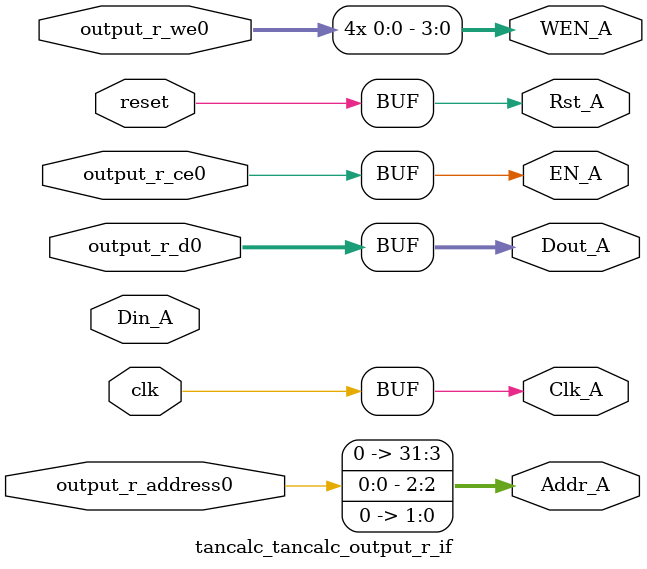
<source format=v>

`timescale 1ns/1ps

module tancalc_tancalc_output_r_if (
    // system singals
    input  wire        clk,
    input  wire        reset,
    // user signals
    input  wire [0:0]  output_r_address0,
    input  wire        output_r_ce0,
    input  wire        output_r_we0,
    input  wire [31:0] output_r_d0,
    // bus signals
    output wire        Clk_A,
    output wire        Rst_A,
    output wire        EN_A,
    output wire [3:0]  WEN_A,
    output wire [31:0] Addr_A,
    output wire [31:0] Dout_A,
    input  wire [31:0] Din_A
);
//------------------------Body---------------------------
assign Clk_A  = clk;
assign Rst_A  = reset;
assign EN_A   = output_r_ce0;
assign Addr_A = {output_r_address0, 2'b0};
assign WEN_A  = {4{output_r_we0}};
assign Dout_A = output_r_d0;

endmodule

</source>
